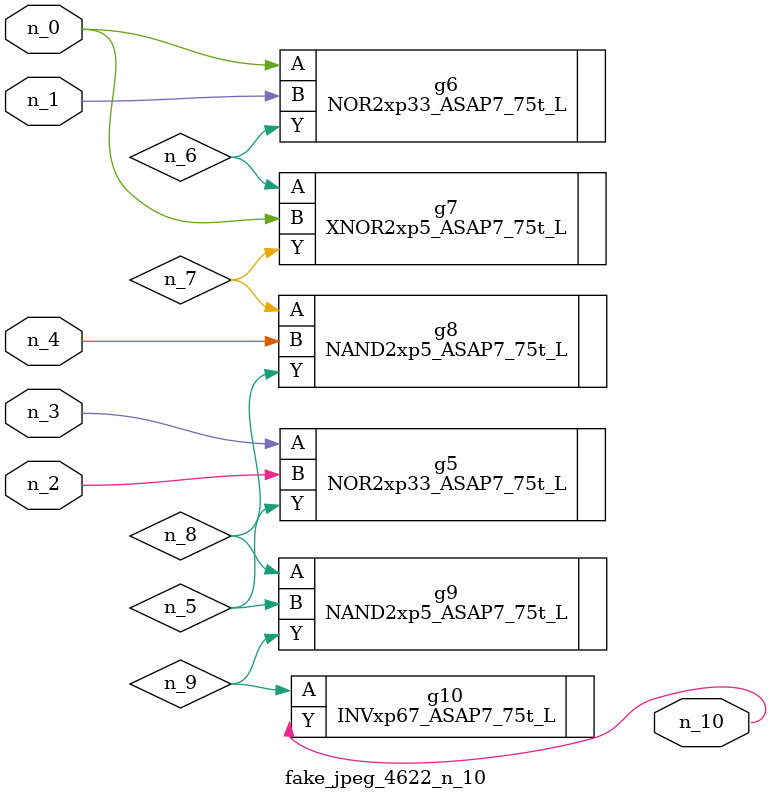
<source format=v>
module fake_jpeg_4622_n_10 (n_3, n_2, n_1, n_0, n_4, n_10);

input n_3;
input n_2;
input n_1;
input n_0;
input n_4;

output n_10;

wire n_8;
wire n_9;
wire n_6;
wire n_5;
wire n_7;

NOR2xp33_ASAP7_75t_L g5 ( 
.A(n_3),
.B(n_2),
.Y(n_5)
);

NOR2xp33_ASAP7_75t_L g6 ( 
.A(n_0),
.B(n_1),
.Y(n_6)
);

XNOR2xp5_ASAP7_75t_L g7 ( 
.A(n_6),
.B(n_0),
.Y(n_7)
);

NAND2xp5_ASAP7_75t_L g8 ( 
.A(n_7),
.B(n_4),
.Y(n_8)
);

NAND2xp5_ASAP7_75t_L g9 ( 
.A(n_8),
.B(n_5),
.Y(n_9)
);

INVxp67_ASAP7_75t_L g10 ( 
.A(n_9),
.Y(n_10)
);


endmodule
</source>
